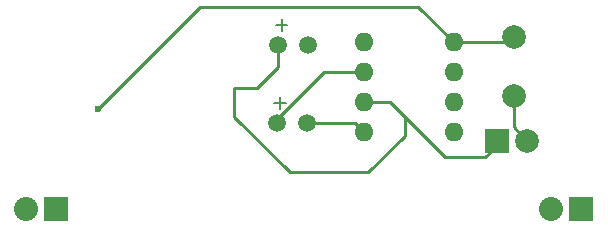
<source format=gbr>
G04 #@! TF.FileFunction,Copper,L1,Top,Signal*
%FSLAX46Y46*%
G04 Gerber Fmt 4.6, Leading zero omitted, Abs format (unit mm)*
G04 Created by KiCad (PCBNEW (2015-06-16 BZR 5762, Git d3b3131)-product) date 9/30/2015 3:41:20 PM*
%MOMM*%
G01*
G04 APERTURE LIST*
%ADD10C,0.100000*%
%ADD11C,0.150000*%
%ADD12C,1.501140*%
%ADD13O,1.600000X1.600000*%
%ADD14R,2.032000X2.032000*%
%ADD15O,2.032000X2.032000*%
%ADD16R,2.000000X2.000000*%
%ADD17C,2.000000*%
%ADD18C,1.998980*%
%ADD19C,0.600000*%
%ADD20C,0.250000*%
G04 APERTURE END LIST*
D10*
D11*
X154472640Y-89740740D02*
X154973020Y-89740740D01*
X154472640Y-89740740D02*
X154472640Y-89240360D01*
X153972260Y-89740740D02*
X154472640Y-89740740D01*
X154472640Y-89740740D02*
X154472640Y-90139520D01*
X154472640Y-90139520D02*
X154472640Y-90241120D01*
X154599640Y-83136740D02*
X155100020Y-83136740D01*
X154599640Y-83136740D02*
X154599640Y-82636360D01*
X154099260Y-83136740D02*
X154599640Y-83136740D01*
X154599640Y-83136740D02*
X154599640Y-83535520D01*
X154599640Y-83535520D02*
X154599640Y-83637120D01*
D12*
X156743400Y-91440000D03*
X154203400Y-91440000D03*
X156870400Y-84836000D03*
X154330400Y-84836000D03*
D13*
X161569400Y-84582000D03*
X161569400Y-87122000D03*
X161569400Y-89662000D03*
X161569400Y-92202000D03*
X169189400Y-92202000D03*
X169189400Y-89662000D03*
X169189400Y-87122000D03*
X169189400Y-84582000D03*
D14*
X135547100Y-98679000D03*
D15*
X133007100Y-98679000D03*
D16*
X172834300Y-92938600D03*
D17*
X175374300Y-92938600D03*
D18*
X174244000Y-84178140D03*
X174244000Y-89179400D03*
D14*
X179997100Y-98679000D03*
D15*
X177457100Y-98679000D03*
D19*
X139029440Y-90246200D03*
D20*
X156743400Y-91440000D02*
X160807400Y-91440000D01*
X160807400Y-91440000D02*
X161569400Y-92202000D01*
X154203400Y-91440000D02*
X154203400Y-91097100D01*
X154203400Y-91097100D02*
X158178500Y-87122000D01*
X158178500Y-87122000D02*
X161569400Y-87122000D01*
X135547100Y-98767900D02*
X135547100Y-99555300D01*
X161569400Y-89662000D02*
X163791900Y-89662000D01*
X163791900Y-89662000D02*
X165023800Y-90893900D01*
X165023800Y-90893900D02*
X165023800Y-92544900D01*
X165023800Y-92544900D02*
X161950400Y-95618300D01*
X161950400Y-95618300D02*
X155295600Y-95618300D01*
X155295600Y-95618300D02*
X150571200Y-90893900D01*
X150571200Y-90893900D02*
X150571200Y-88442800D01*
X154330400Y-84836000D02*
X154330400Y-86652100D01*
X152539700Y-88442800D02*
X150571200Y-88442800D01*
X154330400Y-86652100D02*
X152539700Y-88442800D01*
X168465500Y-94335600D02*
X165023800Y-90893900D01*
X171843700Y-94335600D02*
X168465500Y-94335600D01*
X172834300Y-93345000D02*
X171843700Y-94335600D01*
X172834300Y-92938600D02*
X172834300Y-93345000D01*
X166182040Y-81574640D02*
X169189400Y-84582000D01*
X147701000Y-81574640D02*
X166182040Y-81574640D01*
X139029440Y-90246200D02*
X147701000Y-81574640D01*
X132816600Y-98577400D02*
X133007100Y-98767900D01*
X173840140Y-84582000D02*
X174244000Y-84178140D01*
X169189400Y-84582000D02*
X173840140Y-84582000D01*
X174244000Y-91808300D02*
X175374300Y-92938600D01*
X174244000Y-89179400D02*
X174244000Y-91808300D01*
M02*

</source>
